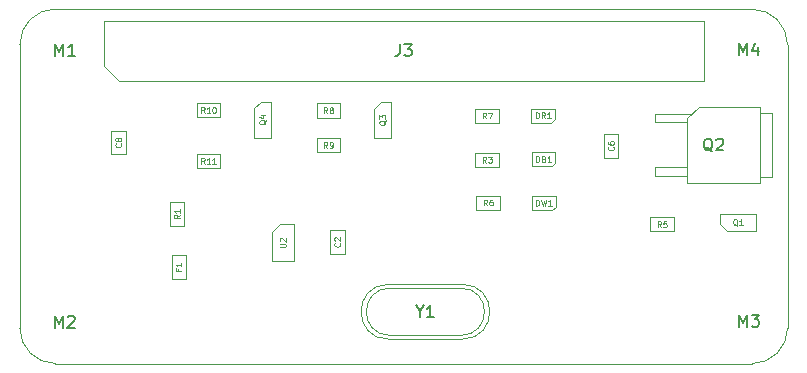
<source format=gbr>
G04 #@! TF.GenerationSoftware,KiCad,Pcbnew,(5.1.4)-1*
G04 #@! TF.CreationDate,2021-07-13T12:31:05-04:00*
G04 #@! TF.ProjectId,RocketPi,526f636b-6574-4506-992e-6b696361645f,rev?*
G04 #@! TF.SameCoordinates,Original*
G04 #@! TF.FileFunction,Other,Fab,Top*
%FSLAX46Y46*%
G04 Gerber Fmt 4.6, Leading zero omitted, Abs format (unit mm)*
G04 Created by KiCad (PCBNEW (5.1.4)-1) date 2021-07-13 12:31:05*
%MOMM*%
%LPD*%
G04 APERTURE LIST*
%ADD10C,0.100000*%
%ADD11C,0.080000*%
%ADD12C,0.150000*%
%ADD13C,0.075000*%
G04 APERTURE END LIST*
D10*
X68046600Y-42164000D02*
G75*
G03X65049400Y-45161200I0J-2997200D01*
G01*
X127052600Y-72178400D02*
G75*
G03X130052600Y-69178400I0J3000000D01*
G01*
X130052600Y-45178400D02*
G75*
G03X127052600Y-42178400I-3000000J0D01*
G01*
X65052600Y-69178400D02*
G75*
G03X68052600Y-72178400I3000000J0D01*
G01*
X68046600Y-42164000D02*
X127052600Y-42178400D01*
X65049400Y-45161200D02*
X65052600Y-69178400D01*
X68052600Y-72178400D02*
X127052600Y-72178400D01*
X130052600Y-45178400D02*
X130052600Y-69178400D01*
X108403600Y-57985400D02*
X108403600Y-59185400D01*
X110403600Y-57985400D02*
X108403600Y-57985400D01*
X110403600Y-58885400D02*
X110403600Y-57985400D01*
X110103600Y-59185400D02*
X110403600Y-58885400D01*
X108403600Y-59185400D02*
X110103600Y-59185400D01*
X105622600Y-51806400D02*
X103622600Y-51806400D01*
X105622600Y-50606400D02*
X105622600Y-51806400D01*
X103622600Y-50606400D02*
X105622600Y-50606400D01*
X103622600Y-51806400D02*
X103622600Y-50606400D01*
X103627400Y-54334400D02*
X105627400Y-54334400D01*
X103627400Y-55534400D02*
X103627400Y-54334400D01*
X105627400Y-55534400D02*
X103627400Y-55534400D01*
X105627400Y-54334400D02*
X105627400Y-55534400D01*
X108347000Y-50589000D02*
X108347000Y-51789000D01*
X110347000Y-50589000D02*
X108347000Y-50589000D01*
X110347000Y-51489000D02*
X110347000Y-50589000D01*
X110047000Y-51789000D02*
X110347000Y-51489000D01*
X108347000Y-51789000D02*
X110047000Y-51789000D01*
X108372400Y-54289400D02*
X108372400Y-55489400D01*
X110372400Y-54289400D02*
X108372400Y-54289400D01*
X110372400Y-55189400D02*
X110372400Y-54289400D01*
X110072400Y-55489400D02*
X110372400Y-55189400D01*
X108372400Y-55489400D02*
X110072400Y-55489400D01*
X96388600Y-65792600D02*
G75*
G03X96388600Y-69792600I0J-2000000D01*
G01*
X102388600Y-65792600D02*
G75*
G02X102388600Y-69792600I0J-2000000D01*
G01*
X96263600Y-65467600D02*
G75*
G03X96263600Y-70117600I0J-2325000D01*
G01*
X102513600Y-65467600D02*
G75*
G02X102513600Y-70117600I0J-2325000D01*
G01*
X102388600Y-65792600D02*
X96388600Y-65792600D01*
X102388600Y-69792600D02*
X96388600Y-69792600D01*
X102513600Y-65467600D02*
X96263600Y-65467600D01*
X102513600Y-70117600D02*
X96263600Y-70117600D01*
X88225200Y-60400600D02*
X88225200Y-63500600D01*
X88225200Y-63500600D02*
X86425200Y-63500600D01*
X86425200Y-61050600D02*
X86425200Y-63500600D01*
X88225200Y-60400600D02*
X87075200Y-60400600D01*
X86425200Y-61050600D02*
X87075200Y-60400600D01*
X82014200Y-55641800D02*
X80014200Y-55641800D01*
X82014200Y-54441800D02*
X82014200Y-55641800D01*
X80014200Y-54441800D02*
X82014200Y-54441800D01*
X80014200Y-55641800D02*
X80014200Y-54441800D01*
X82014200Y-51329800D02*
X80014200Y-51329800D01*
X82014200Y-50129800D02*
X82014200Y-51329800D01*
X80014200Y-50129800D02*
X82014200Y-50129800D01*
X80014200Y-51329800D02*
X80014200Y-50129800D01*
X92172000Y-54303200D02*
X90172000Y-54303200D01*
X92172000Y-53103200D02*
X92172000Y-54303200D01*
X90172000Y-53103200D02*
X92172000Y-53103200D01*
X90172000Y-54303200D02*
X90172000Y-53103200D01*
X92172000Y-51353200D02*
X90172000Y-51353200D01*
X92172000Y-50153200D02*
X92172000Y-51353200D01*
X90172000Y-50153200D02*
X92172000Y-50153200D01*
X90172000Y-51353200D02*
X90172000Y-50153200D01*
X103707800Y-57972400D02*
X105707800Y-57972400D01*
X103707800Y-59172400D02*
X103707800Y-57972400D01*
X105707800Y-59172400D02*
X103707800Y-59172400D01*
X105707800Y-57972400D02*
X105707800Y-59172400D01*
X120421800Y-61001200D02*
X118421800Y-61001200D01*
X120421800Y-59801200D02*
X120421800Y-61001200D01*
X118421800Y-59801200D02*
X120421800Y-59801200D01*
X118421800Y-61001200D02*
X118421800Y-59801200D01*
X77784400Y-60503200D02*
X77784400Y-58503200D01*
X78984400Y-60503200D02*
X77784400Y-60503200D01*
X78984400Y-58503200D02*
X78984400Y-60503200D01*
X77784400Y-58503200D02*
X78984400Y-58503200D01*
X84914200Y-53049800D02*
X86314200Y-53049800D01*
X86314200Y-50009800D02*
X86314200Y-53049800D01*
X84914200Y-50579800D02*
X85464200Y-50009800D01*
X85464200Y-50009800D02*
X86314200Y-50009800D01*
X84914200Y-50579800D02*
X84914200Y-53029800D01*
X95072000Y-53073200D02*
X96472000Y-53073200D01*
X96472000Y-50033200D02*
X96472000Y-53073200D01*
X95072000Y-50603200D02*
X95622000Y-50033200D01*
X95622000Y-50033200D02*
X96472000Y-50033200D01*
X95072000Y-50603200D02*
X95072000Y-53053200D01*
X118813200Y-56331200D02*
X121513200Y-56331200D01*
X118813200Y-55581200D02*
X118813200Y-56331200D01*
X121513200Y-55581200D02*
X118813200Y-55581200D01*
X118813200Y-51771200D02*
X121513200Y-51771200D01*
X118813200Y-51021200D02*
X118813200Y-51771200D01*
X121918200Y-51021200D02*
X118813200Y-51021200D01*
X122513200Y-50426200D02*
X127733200Y-50426200D01*
X121513200Y-51426200D02*
X122513200Y-50426200D01*
X121513200Y-56926200D02*
X121513200Y-51426200D01*
X127733200Y-56926200D02*
X121513200Y-56926200D01*
X127733200Y-50426200D02*
X127733200Y-56926200D01*
X128733200Y-56376200D02*
X127733200Y-56376200D01*
X128733200Y-50976200D02*
X128733200Y-56376200D01*
X127733200Y-50976200D02*
X128733200Y-50976200D01*
X127377000Y-60932800D02*
X127377000Y-59532800D01*
X124337000Y-59532800D02*
X127377000Y-59532800D01*
X124907000Y-60932800D02*
X124337000Y-60382800D01*
X124337000Y-60382800D02*
X124337000Y-59532800D01*
X124907000Y-60932800D02*
X127357000Y-60932800D01*
X73431400Y-48234600D02*
X72161400Y-46964600D01*
X122961400Y-48234600D02*
X73431400Y-48234600D01*
X122961400Y-43154600D02*
X122961400Y-48234600D01*
X72161400Y-43154600D02*
X122961400Y-43154600D01*
X72161400Y-46964600D02*
X72161400Y-43154600D01*
X77911400Y-65017000D02*
X77911400Y-63017000D01*
X79111400Y-65017000D02*
X77911400Y-65017000D01*
X79111400Y-63017000D02*
X79111400Y-65017000D01*
X77911400Y-63017000D02*
X79111400Y-63017000D01*
X72806000Y-54467000D02*
X72806000Y-52467000D01*
X74006000Y-54467000D02*
X72806000Y-54467000D01*
X74006000Y-52467000D02*
X74006000Y-54467000D01*
X72806000Y-52467000D02*
X74006000Y-52467000D01*
X114512800Y-54746400D02*
X114512800Y-52746400D01*
X115712800Y-54746400D02*
X114512800Y-54746400D01*
X115712800Y-52746400D02*
X115712800Y-54746400D01*
X114512800Y-52746400D02*
X115712800Y-52746400D01*
X92548000Y-60890800D02*
X92548000Y-62890800D01*
X91348000Y-60890800D02*
X92548000Y-60890800D01*
X91348000Y-62890800D02*
X91348000Y-60890800D01*
X92548000Y-62890800D02*
X91348000Y-62890800D01*
D11*
X108748838Y-58811590D02*
X108748838Y-58311590D01*
X108867885Y-58311590D01*
X108939314Y-58335400D01*
X108986933Y-58383019D01*
X109010742Y-58430638D01*
X109034552Y-58525876D01*
X109034552Y-58597304D01*
X109010742Y-58692542D01*
X108986933Y-58740161D01*
X108939314Y-58787780D01*
X108867885Y-58811590D01*
X108748838Y-58811590D01*
X109201219Y-58311590D02*
X109320266Y-58811590D01*
X109415504Y-58454447D01*
X109510742Y-58811590D01*
X109629790Y-58311590D01*
X110082171Y-58811590D02*
X109796457Y-58811590D01*
X109939314Y-58811590D02*
X109939314Y-58311590D01*
X109891695Y-58383019D01*
X109844076Y-58430638D01*
X109796457Y-58454447D01*
D12*
X125957076Y-46070780D02*
X125957076Y-45070780D01*
X126290409Y-45785066D01*
X126623742Y-45070780D01*
X126623742Y-46070780D01*
X127528504Y-45404114D02*
X127528504Y-46070780D01*
X127290409Y-45023161D02*
X127052314Y-45737447D01*
X127671361Y-45737447D01*
X125957076Y-69057780D02*
X125957076Y-68057780D01*
X126290409Y-68772066D01*
X126623742Y-68057780D01*
X126623742Y-69057780D01*
X127004695Y-68057780D02*
X127623742Y-68057780D01*
X127290409Y-68438733D01*
X127433266Y-68438733D01*
X127528504Y-68486352D01*
X127576123Y-68533971D01*
X127623742Y-68629209D01*
X127623742Y-68867304D01*
X127576123Y-68962542D01*
X127528504Y-69010161D01*
X127433266Y-69057780D01*
X127147552Y-69057780D01*
X127052314Y-69010161D01*
X127004695Y-68962542D01*
X68019676Y-69133980D02*
X68019676Y-68133980D01*
X68353009Y-68848266D01*
X68686342Y-68133980D01*
X68686342Y-69133980D01*
X69114914Y-68229219D02*
X69162533Y-68181600D01*
X69257771Y-68133980D01*
X69495866Y-68133980D01*
X69591104Y-68181600D01*
X69638723Y-68229219D01*
X69686342Y-68324457D01*
X69686342Y-68419695D01*
X69638723Y-68562552D01*
X69067295Y-69133980D01*
X69686342Y-69133980D01*
X68045076Y-46121580D02*
X68045076Y-45121580D01*
X68378409Y-45835866D01*
X68711742Y-45121580D01*
X68711742Y-46121580D01*
X69711742Y-46121580D02*
X69140314Y-46121580D01*
X69426028Y-46121580D02*
X69426028Y-45121580D01*
X69330790Y-45264438D01*
X69235552Y-45359676D01*
X69140314Y-45407295D01*
D11*
X104539266Y-51432590D02*
X104372600Y-51194495D01*
X104253552Y-51432590D02*
X104253552Y-50932590D01*
X104444028Y-50932590D01*
X104491647Y-50956400D01*
X104515457Y-50980209D01*
X104539266Y-51027828D01*
X104539266Y-51099257D01*
X104515457Y-51146876D01*
X104491647Y-51170685D01*
X104444028Y-51194495D01*
X104253552Y-51194495D01*
X104705933Y-50932590D02*
X105039266Y-50932590D01*
X104824980Y-51432590D01*
X104544066Y-55160590D02*
X104377400Y-54922495D01*
X104258352Y-55160590D02*
X104258352Y-54660590D01*
X104448828Y-54660590D01*
X104496447Y-54684400D01*
X104520257Y-54708209D01*
X104544066Y-54755828D01*
X104544066Y-54827257D01*
X104520257Y-54874876D01*
X104496447Y-54898685D01*
X104448828Y-54922495D01*
X104258352Y-54922495D01*
X104710733Y-54660590D02*
X105020257Y-54660590D01*
X104853590Y-54851066D01*
X104925019Y-54851066D01*
X104972638Y-54874876D01*
X104996447Y-54898685D01*
X105020257Y-54946304D01*
X105020257Y-55065352D01*
X104996447Y-55112971D01*
X104972638Y-55136780D01*
X104925019Y-55160590D01*
X104782161Y-55160590D01*
X104734542Y-55136780D01*
X104710733Y-55112971D01*
X108727952Y-51415190D02*
X108727952Y-50915190D01*
X108847000Y-50915190D01*
X108918428Y-50939000D01*
X108966047Y-50986619D01*
X108989857Y-51034238D01*
X109013666Y-51129476D01*
X109013666Y-51200904D01*
X108989857Y-51296142D01*
X108966047Y-51343761D01*
X108918428Y-51391380D01*
X108847000Y-51415190D01*
X108727952Y-51415190D01*
X109513666Y-51415190D02*
X109347000Y-51177095D01*
X109227952Y-51415190D02*
X109227952Y-50915190D01*
X109418428Y-50915190D01*
X109466047Y-50939000D01*
X109489857Y-50962809D01*
X109513666Y-51010428D01*
X109513666Y-51081857D01*
X109489857Y-51129476D01*
X109466047Y-51153285D01*
X109418428Y-51177095D01*
X109227952Y-51177095D01*
X109989857Y-51415190D02*
X109704142Y-51415190D01*
X109847000Y-51415190D02*
X109847000Y-50915190D01*
X109799380Y-50986619D01*
X109751761Y-51034238D01*
X109704142Y-51058047D01*
X108753352Y-55115590D02*
X108753352Y-54615590D01*
X108872400Y-54615590D01*
X108943828Y-54639400D01*
X108991447Y-54687019D01*
X109015257Y-54734638D01*
X109039066Y-54829876D01*
X109039066Y-54901304D01*
X109015257Y-54996542D01*
X108991447Y-55044161D01*
X108943828Y-55091780D01*
X108872400Y-55115590D01*
X108753352Y-55115590D01*
X109420019Y-54853685D02*
X109491447Y-54877495D01*
X109515257Y-54901304D01*
X109539066Y-54948923D01*
X109539066Y-55020352D01*
X109515257Y-55067971D01*
X109491447Y-55091780D01*
X109443828Y-55115590D01*
X109253352Y-55115590D01*
X109253352Y-54615590D01*
X109420019Y-54615590D01*
X109467638Y-54639400D01*
X109491447Y-54663209D01*
X109515257Y-54710828D01*
X109515257Y-54758447D01*
X109491447Y-54806066D01*
X109467638Y-54829876D01*
X109420019Y-54853685D01*
X109253352Y-54853685D01*
X110015257Y-55115590D02*
X109729542Y-55115590D01*
X109872400Y-55115590D02*
X109872400Y-54615590D01*
X109824780Y-54687019D01*
X109777161Y-54734638D01*
X109729542Y-54758447D01*
D12*
X98912409Y-67768790D02*
X98912409Y-68244980D01*
X98579076Y-67244980D02*
X98912409Y-67768790D01*
X99245742Y-67244980D01*
X100102885Y-68244980D02*
X99531457Y-68244980D01*
X99817171Y-68244980D02*
X99817171Y-67244980D01*
X99721933Y-67387838D01*
X99626695Y-67483076D01*
X99531457Y-67530695D01*
D13*
X87051390Y-62331552D02*
X87456152Y-62331552D01*
X87503771Y-62307742D01*
X87527580Y-62283933D01*
X87551390Y-62236314D01*
X87551390Y-62141076D01*
X87527580Y-62093457D01*
X87503771Y-62069647D01*
X87456152Y-62045838D01*
X87051390Y-62045838D01*
X87099009Y-61831552D02*
X87075200Y-61807742D01*
X87051390Y-61760123D01*
X87051390Y-61641076D01*
X87075200Y-61593457D01*
X87099009Y-61569647D01*
X87146628Y-61545838D01*
X87194247Y-61545838D01*
X87265676Y-61569647D01*
X87551390Y-61855361D01*
X87551390Y-61545838D01*
D11*
X80692771Y-55267990D02*
X80526104Y-55029895D01*
X80407057Y-55267990D02*
X80407057Y-54767990D01*
X80597533Y-54767990D01*
X80645152Y-54791800D01*
X80668961Y-54815609D01*
X80692771Y-54863228D01*
X80692771Y-54934657D01*
X80668961Y-54982276D01*
X80645152Y-55006085D01*
X80597533Y-55029895D01*
X80407057Y-55029895D01*
X81168961Y-55267990D02*
X80883247Y-55267990D01*
X81026104Y-55267990D02*
X81026104Y-54767990D01*
X80978485Y-54839419D01*
X80930866Y-54887038D01*
X80883247Y-54910847D01*
X81645152Y-55267990D02*
X81359438Y-55267990D01*
X81502295Y-55267990D02*
X81502295Y-54767990D01*
X81454676Y-54839419D01*
X81407057Y-54887038D01*
X81359438Y-54910847D01*
X80692771Y-50955990D02*
X80526104Y-50717895D01*
X80407057Y-50955990D02*
X80407057Y-50455990D01*
X80597533Y-50455990D01*
X80645152Y-50479800D01*
X80668961Y-50503609D01*
X80692771Y-50551228D01*
X80692771Y-50622657D01*
X80668961Y-50670276D01*
X80645152Y-50694085D01*
X80597533Y-50717895D01*
X80407057Y-50717895D01*
X81168961Y-50955990D02*
X80883247Y-50955990D01*
X81026104Y-50955990D02*
X81026104Y-50455990D01*
X80978485Y-50527419D01*
X80930866Y-50575038D01*
X80883247Y-50598847D01*
X81478485Y-50455990D02*
X81526104Y-50455990D01*
X81573723Y-50479800D01*
X81597533Y-50503609D01*
X81621342Y-50551228D01*
X81645152Y-50646466D01*
X81645152Y-50765514D01*
X81621342Y-50860752D01*
X81597533Y-50908371D01*
X81573723Y-50932180D01*
X81526104Y-50955990D01*
X81478485Y-50955990D01*
X81430866Y-50932180D01*
X81407057Y-50908371D01*
X81383247Y-50860752D01*
X81359438Y-50765514D01*
X81359438Y-50646466D01*
X81383247Y-50551228D01*
X81407057Y-50503609D01*
X81430866Y-50479800D01*
X81478485Y-50455990D01*
X91088666Y-53929390D02*
X90922000Y-53691295D01*
X90802952Y-53929390D02*
X90802952Y-53429390D01*
X90993428Y-53429390D01*
X91041047Y-53453200D01*
X91064857Y-53477009D01*
X91088666Y-53524628D01*
X91088666Y-53596057D01*
X91064857Y-53643676D01*
X91041047Y-53667485D01*
X90993428Y-53691295D01*
X90802952Y-53691295D01*
X91326761Y-53929390D02*
X91422000Y-53929390D01*
X91469619Y-53905580D01*
X91493428Y-53881771D01*
X91541047Y-53810342D01*
X91564857Y-53715104D01*
X91564857Y-53524628D01*
X91541047Y-53477009D01*
X91517238Y-53453200D01*
X91469619Y-53429390D01*
X91374380Y-53429390D01*
X91326761Y-53453200D01*
X91302952Y-53477009D01*
X91279142Y-53524628D01*
X91279142Y-53643676D01*
X91302952Y-53691295D01*
X91326761Y-53715104D01*
X91374380Y-53738914D01*
X91469619Y-53738914D01*
X91517238Y-53715104D01*
X91541047Y-53691295D01*
X91564857Y-53643676D01*
X91088666Y-50979390D02*
X90922000Y-50741295D01*
X90802952Y-50979390D02*
X90802952Y-50479390D01*
X90993428Y-50479390D01*
X91041047Y-50503200D01*
X91064857Y-50527009D01*
X91088666Y-50574628D01*
X91088666Y-50646057D01*
X91064857Y-50693676D01*
X91041047Y-50717485D01*
X90993428Y-50741295D01*
X90802952Y-50741295D01*
X91374380Y-50693676D02*
X91326761Y-50669866D01*
X91302952Y-50646057D01*
X91279142Y-50598438D01*
X91279142Y-50574628D01*
X91302952Y-50527009D01*
X91326761Y-50503200D01*
X91374380Y-50479390D01*
X91469619Y-50479390D01*
X91517238Y-50503200D01*
X91541047Y-50527009D01*
X91564857Y-50574628D01*
X91564857Y-50598438D01*
X91541047Y-50646057D01*
X91517238Y-50669866D01*
X91469619Y-50693676D01*
X91374380Y-50693676D01*
X91326761Y-50717485D01*
X91302952Y-50741295D01*
X91279142Y-50788914D01*
X91279142Y-50884152D01*
X91302952Y-50931771D01*
X91326761Y-50955580D01*
X91374380Y-50979390D01*
X91469619Y-50979390D01*
X91517238Y-50955580D01*
X91541047Y-50931771D01*
X91564857Y-50884152D01*
X91564857Y-50788914D01*
X91541047Y-50741295D01*
X91517238Y-50717485D01*
X91469619Y-50693676D01*
X104624466Y-58798590D02*
X104457800Y-58560495D01*
X104338752Y-58798590D02*
X104338752Y-58298590D01*
X104529228Y-58298590D01*
X104576847Y-58322400D01*
X104600657Y-58346209D01*
X104624466Y-58393828D01*
X104624466Y-58465257D01*
X104600657Y-58512876D01*
X104576847Y-58536685D01*
X104529228Y-58560495D01*
X104338752Y-58560495D01*
X105053038Y-58298590D02*
X104957800Y-58298590D01*
X104910180Y-58322400D01*
X104886371Y-58346209D01*
X104838752Y-58417638D01*
X104814942Y-58512876D01*
X104814942Y-58703352D01*
X104838752Y-58750971D01*
X104862561Y-58774780D01*
X104910180Y-58798590D01*
X105005419Y-58798590D01*
X105053038Y-58774780D01*
X105076847Y-58750971D01*
X105100657Y-58703352D01*
X105100657Y-58584304D01*
X105076847Y-58536685D01*
X105053038Y-58512876D01*
X105005419Y-58489066D01*
X104910180Y-58489066D01*
X104862561Y-58512876D01*
X104838752Y-58536685D01*
X104814942Y-58584304D01*
X119338466Y-60627390D02*
X119171800Y-60389295D01*
X119052752Y-60627390D02*
X119052752Y-60127390D01*
X119243228Y-60127390D01*
X119290847Y-60151200D01*
X119314657Y-60175009D01*
X119338466Y-60222628D01*
X119338466Y-60294057D01*
X119314657Y-60341676D01*
X119290847Y-60365485D01*
X119243228Y-60389295D01*
X119052752Y-60389295D01*
X119790847Y-60127390D02*
X119552752Y-60127390D01*
X119528942Y-60365485D01*
X119552752Y-60341676D01*
X119600371Y-60317866D01*
X119719419Y-60317866D01*
X119767038Y-60341676D01*
X119790847Y-60365485D01*
X119814657Y-60413104D01*
X119814657Y-60532152D01*
X119790847Y-60579771D01*
X119767038Y-60603580D01*
X119719419Y-60627390D01*
X119600371Y-60627390D01*
X119552752Y-60603580D01*
X119528942Y-60579771D01*
X78610590Y-59586533D02*
X78372495Y-59753200D01*
X78610590Y-59872247D02*
X78110590Y-59872247D01*
X78110590Y-59681771D01*
X78134400Y-59634152D01*
X78158209Y-59610342D01*
X78205828Y-59586533D01*
X78277257Y-59586533D01*
X78324876Y-59610342D01*
X78348685Y-59634152D01*
X78372495Y-59681771D01*
X78372495Y-59872247D01*
X78610590Y-59110342D02*
X78610590Y-59396057D01*
X78610590Y-59253200D02*
X78110590Y-59253200D01*
X78182019Y-59300819D01*
X78229638Y-59348438D01*
X78253447Y-59396057D01*
D13*
X85888009Y-51577419D02*
X85864200Y-51625038D01*
X85816580Y-51672657D01*
X85745152Y-51744085D01*
X85721342Y-51791704D01*
X85721342Y-51839323D01*
X85840390Y-51815514D02*
X85816580Y-51863133D01*
X85768961Y-51910752D01*
X85673723Y-51934561D01*
X85507057Y-51934561D01*
X85411819Y-51910752D01*
X85364200Y-51863133D01*
X85340390Y-51815514D01*
X85340390Y-51720276D01*
X85364200Y-51672657D01*
X85411819Y-51625038D01*
X85507057Y-51601228D01*
X85673723Y-51601228D01*
X85768961Y-51625038D01*
X85816580Y-51672657D01*
X85840390Y-51720276D01*
X85840390Y-51815514D01*
X85507057Y-51172657D02*
X85840390Y-51172657D01*
X85316580Y-51291704D02*
X85673723Y-51410752D01*
X85673723Y-51101228D01*
X96045809Y-51600819D02*
X96022000Y-51648438D01*
X95974380Y-51696057D01*
X95902952Y-51767485D01*
X95879142Y-51815104D01*
X95879142Y-51862723D01*
X95998190Y-51838914D02*
X95974380Y-51886533D01*
X95926761Y-51934152D01*
X95831523Y-51957961D01*
X95664857Y-51957961D01*
X95569619Y-51934152D01*
X95522000Y-51886533D01*
X95498190Y-51838914D01*
X95498190Y-51743676D01*
X95522000Y-51696057D01*
X95569619Y-51648438D01*
X95664857Y-51624628D01*
X95831523Y-51624628D01*
X95926761Y-51648438D01*
X95974380Y-51696057D01*
X95998190Y-51743676D01*
X95998190Y-51838914D01*
X95498190Y-51457961D02*
X95498190Y-51148438D01*
X95688666Y-51315104D01*
X95688666Y-51243676D01*
X95712476Y-51196057D01*
X95736285Y-51172247D01*
X95783904Y-51148438D01*
X95902952Y-51148438D01*
X95950571Y-51172247D01*
X95974380Y-51196057D01*
X95998190Y-51243676D01*
X95998190Y-51386533D01*
X95974380Y-51434152D01*
X95950571Y-51457961D01*
D12*
X123687961Y-54223819D02*
X123592723Y-54176200D01*
X123497485Y-54080961D01*
X123354628Y-53938104D01*
X123259390Y-53890485D01*
X123164152Y-53890485D01*
X123211771Y-54128580D02*
X123116533Y-54080961D01*
X123021295Y-53985723D01*
X122973676Y-53795247D01*
X122973676Y-53461914D01*
X123021295Y-53271438D01*
X123116533Y-53176200D01*
X123211771Y-53128580D01*
X123402247Y-53128580D01*
X123497485Y-53176200D01*
X123592723Y-53271438D01*
X123640342Y-53461914D01*
X123640342Y-53795247D01*
X123592723Y-53985723D01*
X123497485Y-54080961D01*
X123402247Y-54128580D01*
X123211771Y-54128580D01*
X124021295Y-53223819D02*
X124068914Y-53176200D01*
X124164152Y-53128580D01*
X124402247Y-53128580D01*
X124497485Y-53176200D01*
X124545104Y-53223819D01*
X124592723Y-53319057D01*
X124592723Y-53414295D01*
X124545104Y-53557152D01*
X123973676Y-54128580D01*
X124592723Y-54128580D01*
D13*
X125809380Y-60506609D02*
X125761761Y-60482800D01*
X125714142Y-60435180D01*
X125642714Y-60363752D01*
X125595095Y-60339942D01*
X125547476Y-60339942D01*
X125571285Y-60458990D02*
X125523666Y-60435180D01*
X125476047Y-60387561D01*
X125452238Y-60292323D01*
X125452238Y-60125657D01*
X125476047Y-60030419D01*
X125523666Y-59982800D01*
X125571285Y-59958990D01*
X125666523Y-59958990D01*
X125714142Y-59982800D01*
X125761761Y-60030419D01*
X125785571Y-60125657D01*
X125785571Y-60292323D01*
X125761761Y-60387561D01*
X125714142Y-60435180D01*
X125666523Y-60458990D01*
X125571285Y-60458990D01*
X126261761Y-60458990D02*
X125976047Y-60458990D01*
X126118904Y-60458990D02*
X126118904Y-59958990D01*
X126071285Y-60030419D01*
X126023666Y-60078038D01*
X125976047Y-60101847D01*
D12*
X97228066Y-45146980D02*
X97228066Y-45861266D01*
X97180447Y-46004123D01*
X97085209Y-46099361D01*
X96942352Y-46146980D01*
X96847114Y-46146980D01*
X97609019Y-45146980D02*
X98228066Y-45146980D01*
X97894733Y-45527933D01*
X98037590Y-45527933D01*
X98132828Y-45575552D01*
X98180447Y-45623171D01*
X98228066Y-45718409D01*
X98228066Y-45956504D01*
X98180447Y-46051742D01*
X98132828Y-46099361D01*
X98037590Y-46146980D01*
X97751876Y-46146980D01*
X97656638Y-46099361D01*
X97609019Y-46051742D01*
D11*
X78475685Y-64183666D02*
X78475685Y-64350333D01*
X78737590Y-64350333D02*
X78237590Y-64350333D01*
X78237590Y-64112238D01*
X78737590Y-63659857D02*
X78737590Y-63945571D01*
X78737590Y-63802714D02*
X78237590Y-63802714D01*
X78309019Y-63850333D01*
X78356638Y-63897952D01*
X78380447Y-63945571D01*
X73584571Y-53550333D02*
X73608380Y-53574142D01*
X73632190Y-53645571D01*
X73632190Y-53693190D01*
X73608380Y-53764619D01*
X73560761Y-53812238D01*
X73513142Y-53836047D01*
X73417904Y-53859857D01*
X73346476Y-53859857D01*
X73251238Y-53836047D01*
X73203619Y-53812238D01*
X73156000Y-53764619D01*
X73132190Y-53693190D01*
X73132190Y-53645571D01*
X73156000Y-53574142D01*
X73179809Y-53550333D01*
X73346476Y-53264619D02*
X73322666Y-53312238D01*
X73298857Y-53336047D01*
X73251238Y-53359857D01*
X73227428Y-53359857D01*
X73179809Y-53336047D01*
X73156000Y-53312238D01*
X73132190Y-53264619D01*
X73132190Y-53169380D01*
X73156000Y-53121761D01*
X73179809Y-53097952D01*
X73227428Y-53074142D01*
X73251238Y-53074142D01*
X73298857Y-53097952D01*
X73322666Y-53121761D01*
X73346476Y-53169380D01*
X73346476Y-53264619D01*
X73370285Y-53312238D01*
X73394095Y-53336047D01*
X73441714Y-53359857D01*
X73536952Y-53359857D01*
X73584571Y-53336047D01*
X73608380Y-53312238D01*
X73632190Y-53264619D01*
X73632190Y-53169380D01*
X73608380Y-53121761D01*
X73584571Y-53097952D01*
X73536952Y-53074142D01*
X73441714Y-53074142D01*
X73394095Y-53097952D01*
X73370285Y-53121761D01*
X73346476Y-53169380D01*
X115291371Y-53829733D02*
X115315180Y-53853542D01*
X115338990Y-53924971D01*
X115338990Y-53972590D01*
X115315180Y-54044019D01*
X115267561Y-54091638D01*
X115219942Y-54115447D01*
X115124704Y-54139257D01*
X115053276Y-54139257D01*
X114958038Y-54115447D01*
X114910419Y-54091638D01*
X114862800Y-54044019D01*
X114838990Y-53972590D01*
X114838990Y-53924971D01*
X114862800Y-53853542D01*
X114886609Y-53829733D01*
X114838990Y-53401161D02*
X114838990Y-53496400D01*
X114862800Y-53544019D01*
X114886609Y-53567828D01*
X114958038Y-53615447D01*
X115053276Y-53639257D01*
X115243752Y-53639257D01*
X115291371Y-53615447D01*
X115315180Y-53591638D01*
X115338990Y-53544019D01*
X115338990Y-53448780D01*
X115315180Y-53401161D01*
X115291371Y-53377352D01*
X115243752Y-53353542D01*
X115124704Y-53353542D01*
X115077085Y-53377352D01*
X115053276Y-53401161D01*
X115029466Y-53448780D01*
X115029466Y-53544019D01*
X115053276Y-53591638D01*
X115077085Y-53615447D01*
X115124704Y-53639257D01*
X92126571Y-61974133D02*
X92150380Y-61997942D01*
X92174190Y-62069371D01*
X92174190Y-62116990D01*
X92150380Y-62188419D01*
X92102761Y-62236038D01*
X92055142Y-62259847D01*
X91959904Y-62283657D01*
X91888476Y-62283657D01*
X91793238Y-62259847D01*
X91745619Y-62236038D01*
X91698000Y-62188419D01*
X91674190Y-62116990D01*
X91674190Y-62069371D01*
X91698000Y-61997942D01*
X91721809Y-61974133D01*
X91721809Y-61783657D02*
X91698000Y-61759847D01*
X91674190Y-61712228D01*
X91674190Y-61593180D01*
X91698000Y-61545561D01*
X91721809Y-61521752D01*
X91769428Y-61497942D01*
X91817047Y-61497942D01*
X91888476Y-61521752D01*
X92174190Y-61807466D01*
X92174190Y-61497942D01*
M02*

</source>
